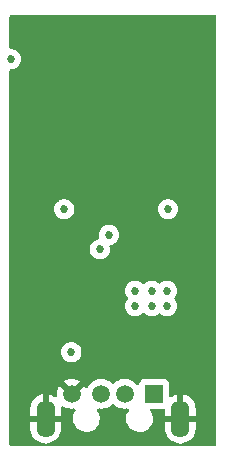
<source format=gbr>
%TF.GenerationSoftware,KiCad,Pcbnew,(6.0.7)*%
%TF.CreationDate,2023-02-05T00:26:33-08:00*%
%TF.ProjectId,ESP_Module,4553505f-4d6f-4647-956c-652e6b696361,rev?*%
%TF.SameCoordinates,Original*%
%TF.FileFunction,Copper,L2,Inr*%
%TF.FilePolarity,Positive*%
%FSLAX46Y46*%
G04 Gerber Fmt 4.6, Leading zero omitted, Abs format (unit mm)*
G04 Created by KiCad (PCBNEW (6.0.7)) date 2023-02-05 00:26:33*
%MOMM*%
%LPD*%
G01*
G04 APERTURE LIST*
%TA.AperFunction,ComponentPad*%
%ADD10R,1.508000X1.508000*%
%TD*%
%TA.AperFunction,ComponentPad*%
%ADD11C,1.508000*%
%TD*%
%TA.AperFunction,ComponentPad*%
%ADD12O,1.575000X3.150000*%
%TD*%
%TA.AperFunction,ViaPad*%
%ADD13C,0.685800*%
%TD*%
G04 APERTURE END LIST*
D10*
%TO.N,+5V*%
%TO.C,J1*%
X160218000Y-100516000D03*
D11*
%TO.N,USB_D-*%
X157718000Y-100516000D03*
%TO.N,USB_D+*%
X155718000Y-100516000D03*
%TO.N,GND*%
X153218000Y-100516000D03*
D12*
X162418000Y-102616000D03*
X151018000Y-102616000D03*
%TD*%
D13*
%TO.N,GND*%
X164500000Y-97400000D03*
X164500000Y-99400000D03*
X149000000Y-97400000D03*
X149000000Y-99400000D03*
%TO.N,+3V3*%
X148100000Y-72200000D03*
%TO.N,GND*%
X159600000Y-84600000D03*
%TO.N,+3V3*%
X152600000Y-84900000D03*
%TO.N,GND*%
X154500000Y-84900000D03*
X150500000Y-86800000D03*
%TO.N,+3V3*%
X161300000Y-91800000D03*
X160000000Y-93100000D03*
X161300000Y-93100000D03*
X153200000Y-97000000D03*
X158600000Y-91800000D03*
X161400000Y-84900000D03*
X160000000Y-91800000D03*
X158600000Y-93100000D03*
%TO.N,GND*%
X156700000Y-80000000D03*
X154500000Y-86800000D03*
X152500000Y-86800000D03*
X160700000Y-80000000D03*
X156700000Y-71000000D03*
X158700000Y-80000000D03*
X160700000Y-71000000D03*
X164500000Y-91300000D03*
X152700000Y-80000000D03*
X152700000Y-71000000D03*
X158700000Y-71000000D03*
X154700000Y-80000000D03*
X164500000Y-89300000D03*
X164500000Y-93300000D03*
X164500000Y-95300000D03*
X154700000Y-71000000D03*
%TO.N,USB_D+*%
X155600000Y-88300000D03*
%TO.N,USB_D-*%
X156376702Y-87076702D03*
%TD*%
%TA.AperFunction,Conductor*%
%TO.N,GND*%
G36*
X165423121Y-68478502D02*
G01*
X165469614Y-68532158D01*
X165481000Y-68584500D01*
X165481000Y-104815500D01*
X165460998Y-104883621D01*
X165407342Y-104930114D01*
X165355000Y-104941500D01*
X162588658Y-104941500D01*
X162520537Y-104921498D01*
X162474044Y-104867842D01*
X162463940Y-104797568D01*
X162493434Y-104732988D01*
X162553160Y-104694604D01*
X162577676Y-104689979D01*
X162638341Y-104684671D01*
X162649136Y-104682768D01*
X162857470Y-104626945D01*
X162867762Y-104623199D01*
X163063243Y-104532045D01*
X163072729Y-104526567D01*
X163249401Y-104402861D01*
X163257808Y-104395807D01*
X163410307Y-104243308D01*
X163417361Y-104234901D01*
X163541067Y-104058229D01*
X163546545Y-104048743D01*
X163637699Y-103853262D01*
X163641445Y-103842970D01*
X163697268Y-103634636D01*
X163699171Y-103623841D01*
X163713262Y-103462791D01*
X163713500Y-103457327D01*
X163713500Y-102888115D01*
X163709025Y-102872876D01*
X163707635Y-102871671D01*
X163699952Y-102870000D01*
X161140615Y-102870000D01*
X161125376Y-102874475D01*
X161124171Y-102875865D01*
X161122500Y-102883548D01*
X161122500Y-103457327D01*
X161122738Y-103462791D01*
X161136829Y-103623841D01*
X161138732Y-103634636D01*
X161194555Y-103842970D01*
X161198301Y-103853262D01*
X161289455Y-104048743D01*
X161294933Y-104058229D01*
X161418639Y-104234901D01*
X161425693Y-104243308D01*
X161578190Y-104395805D01*
X161586598Y-104402861D01*
X161763266Y-104526565D01*
X161772762Y-104532048D01*
X161968238Y-104623199D01*
X161978530Y-104626945D01*
X162186864Y-104682768D01*
X162197659Y-104684671D01*
X162258324Y-104689979D01*
X162324442Y-104715843D01*
X162366081Y-104773346D01*
X162370022Y-104844233D01*
X162335013Y-104905998D01*
X162272168Y-104939030D01*
X162247342Y-104941500D01*
X151188658Y-104941500D01*
X151120537Y-104921498D01*
X151074044Y-104867842D01*
X151063940Y-104797568D01*
X151093434Y-104732988D01*
X151153160Y-104694604D01*
X151177676Y-104689979D01*
X151238341Y-104684671D01*
X151249136Y-104682768D01*
X151457470Y-104626945D01*
X151467762Y-104623199D01*
X151663243Y-104532045D01*
X151672729Y-104526567D01*
X151849401Y-104402861D01*
X151857808Y-104395807D01*
X152010307Y-104243308D01*
X152017361Y-104234901D01*
X152141067Y-104058229D01*
X152146545Y-104048743D01*
X152237699Y-103853262D01*
X152241445Y-103842970D01*
X152297268Y-103634636D01*
X152299171Y-103623841D01*
X152313262Y-103462791D01*
X152313500Y-103457327D01*
X152313500Y-102888115D01*
X152309025Y-102872876D01*
X152307635Y-102871671D01*
X152299952Y-102870000D01*
X149740615Y-102870000D01*
X149725376Y-102874475D01*
X149724171Y-102875865D01*
X149722500Y-102883548D01*
X149722500Y-103457327D01*
X149722738Y-103462791D01*
X149736829Y-103623841D01*
X149738732Y-103634636D01*
X149794555Y-103842970D01*
X149798301Y-103853262D01*
X149889455Y-104048743D01*
X149894933Y-104058229D01*
X150018639Y-104234901D01*
X150025693Y-104243308D01*
X150178190Y-104395805D01*
X150186598Y-104402861D01*
X150363266Y-104526565D01*
X150372762Y-104532048D01*
X150568238Y-104623199D01*
X150578530Y-104626945D01*
X150786864Y-104682768D01*
X150797659Y-104684671D01*
X150858324Y-104689979D01*
X150924442Y-104715843D01*
X150966081Y-104773346D01*
X150970022Y-104844233D01*
X150935013Y-104905998D01*
X150872168Y-104939030D01*
X150847342Y-104941500D01*
X148081000Y-104941500D01*
X148012879Y-104921498D01*
X147966386Y-104867842D01*
X147955000Y-104815500D01*
X147955000Y-102343885D01*
X149722500Y-102343885D01*
X149726975Y-102359124D01*
X149728365Y-102360329D01*
X149736048Y-102362000D01*
X150745885Y-102362000D01*
X150761124Y-102357525D01*
X150762329Y-102356135D01*
X150764000Y-102348452D01*
X150764000Y-102343885D01*
X151272000Y-102343885D01*
X151276475Y-102359124D01*
X151277865Y-102360329D01*
X151285548Y-102362000D01*
X152295385Y-102362000D01*
X152310624Y-102357525D01*
X152311829Y-102356135D01*
X152313500Y-102348452D01*
X152313500Y-101774673D01*
X152313261Y-101769187D01*
X152304557Y-101669708D01*
X152318545Y-101600103D01*
X152367944Y-101549111D01*
X152437070Y-101532920D01*
X152502348Y-101555513D01*
X152580081Y-101609942D01*
X152589576Y-101615425D01*
X152779740Y-101704099D01*
X152790032Y-101707845D01*
X152992704Y-101762151D01*
X153003499Y-101764054D01*
X153212525Y-101782342D01*
X153223475Y-101782342D01*
X153421792Y-101764991D01*
X153491397Y-101778980D01*
X153542389Y-101828379D01*
X153558580Y-101897505D01*
X153538903Y-101953565D01*
X153541002Y-101954779D01*
X153432693Y-102141999D01*
X153361740Y-102346323D01*
X153330703Y-102560377D01*
X153340704Y-102776438D01*
X153342108Y-102782263D01*
X153342108Y-102782264D01*
X153363253Y-102870000D01*
X153391380Y-102986710D01*
X153480903Y-103183606D01*
X153606043Y-103360021D01*
X153762285Y-103509590D01*
X153767320Y-103512841D01*
X153938954Y-103623664D01*
X153938957Y-103623665D01*
X153943991Y-103626916D01*
X154144604Y-103707766D01*
X154150485Y-103708914D01*
X154150490Y-103708916D01*
X154352441Y-103748354D01*
X154352444Y-103748354D01*
X154356887Y-103749222D01*
X154362571Y-103749500D01*
X154522041Y-103749500D01*
X154683315Y-103734113D01*
X154890860Y-103673226D01*
X154965787Y-103634636D01*
X155077817Y-103576937D01*
X155077820Y-103576935D01*
X155083148Y-103574191D01*
X155170666Y-103505445D01*
X155248522Y-103444289D01*
X155248527Y-103444285D01*
X155253239Y-103440583D01*
X155257171Y-103436052D01*
X155391067Y-103281752D01*
X155391071Y-103281747D01*
X155394998Y-103277221D01*
X155503307Y-103090001D01*
X155574260Y-102885677D01*
X155576533Y-102870000D01*
X155604436Y-102677563D01*
X155604436Y-102677560D01*
X155605297Y-102671623D01*
X155595296Y-102455562D01*
X155544620Y-102245290D01*
X155455097Y-102048394D01*
X155394822Y-101963422D01*
X155371724Y-101896288D01*
X155388588Y-101827323D01*
X155440060Y-101778424D01*
X155508573Y-101765001D01*
X155712525Y-101782844D01*
X155718000Y-101783323D01*
X155938068Y-101764070D01*
X156100243Y-101720615D01*
X156146140Y-101708317D01*
X156146142Y-101708316D01*
X156151450Y-101706894D01*
X156157444Y-101704099D01*
X156346675Y-101615860D01*
X156346680Y-101615857D01*
X156351662Y-101613534D01*
X156356792Y-101609942D01*
X156528109Y-101489985D01*
X156528112Y-101489983D01*
X156532620Y-101486826D01*
X156628905Y-101390541D01*
X156691217Y-101356515D01*
X156762032Y-101361580D01*
X156807095Y-101390541D01*
X156903380Y-101486826D01*
X156907888Y-101489983D01*
X156907891Y-101489985D01*
X157079208Y-101609942D01*
X157084338Y-101613534D01*
X157089320Y-101615857D01*
X157089325Y-101615860D01*
X157278556Y-101704099D01*
X157284550Y-101706894D01*
X157289858Y-101708316D01*
X157289860Y-101708317D01*
X157335757Y-101720615D01*
X157497932Y-101764070D01*
X157718000Y-101783323D01*
X157921411Y-101765527D01*
X157991014Y-101779516D01*
X158042007Y-101828916D01*
X158058197Y-101898042D01*
X158038759Y-101953481D01*
X158041002Y-101954779D01*
X157932693Y-102141999D01*
X157861740Y-102346323D01*
X157830703Y-102560377D01*
X157840704Y-102776438D01*
X157842108Y-102782263D01*
X157842108Y-102782264D01*
X157863253Y-102870000D01*
X157891380Y-102986710D01*
X157980903Y-103183606D01*
X158106043Y-103360021D01*
X158262285Y-103509590D01*
X158267320Y-103512841D01*
X158438954Y-103623664D01*
X158438957Y-103623665D01*
X158443991Y-103626916D01*
X158644604Y-103707766D01*
X158650485Y-103708914D01*
X158650490Y-103708916D01*
X158852441Y-103748354D01*
X158852444Y-103748354D01*
X158856887Y-103749222D01*
X158862571Y-103749500D01*
X159022041Y-103749500D01*
X159183315Y-103734113D01*
X159390860Y-103673226D01*
X159465787Y-103634636D01*
X159577817Y-103576937D01*
X159577820Y-103576935D01*
X159583148Y-103574191D01*
X159670666Y-103505445D01*
X159748522Y-103444289D01*
X159748527Y-103444285D01*
X159753239Y-103440583D01*
X159757171Y-103436052D01*
X159891067Y-103281752D01*
X159891071Y-103281747D01*
X159894998Y-103277221D01*
X160003307Y-103090001D01*
X160074260Y-102885677D01*
X160076533Y-102870000D01*
X160104436Y-102677563D01*
X160104436Y-102677560D01*
X160105297Y-102671623D01*
X160095296Y-102455562D01*
X160044620Y-102245290D01*
X159955097Y-102048394D01*
X159904737Y-101977399D01*
X159881639Y-101910266D01*
X159898503Y-101841301D01*
X159949975Y-101792402D01*
X160007507Y-101778500D01*
X160996500Y-101778500D01*
X161064621Y-101798502D01*
X161111114Y-101852158D01*
X161122500Y-101904500D01*
X161122500Y-102343885D01*
X161126975Y-102359124D01*
X161128365Y-102360329D01*
X161136048Y-102362000D01*
X162145885Y-102362000D01*
X162161124Y-102357525D01*
X162162329Y-102356135D01*
X162164000Y-102348452D01*
X162164000Y-102343885D01*
X162672000Y-102343885D01*
X162676475Y-102359124D01*
X162677865Y-102360329D01*
X162685548Y-102362000D01*
X163695385Y-102362000D01*
X163710624Y-102357525D01*
X163711829Y-102356135D01*
X163713500Y-102348452D01*
X163713500Y-101774673D01*
X163713262Y-101769209D01*
X163699171Y-101608159D01*
X163697268Y-101597364D01*
X163641445Y-101389030D01*
X163637699Y-101378738D01*
X163546545Y-101183257D01*
X163541067Y-101173771D01*
X163417361Y-100997099D01*
X163410307Y-100988692D01*
X163257810Y-100836195D01*
X163249402Y-100829139D01*
X163072734Y-100705435D01*
X163063238Y-100699952D01*
X162867762Y-100608801D01*
X162857470Y-100605055D01*
X162689497Y-100560047D01*
X162675401Y-100560383D01*
X162672000Y-100568325D01*
X162672000Y-102343885D01*
X162164000Y-102343885D01*
X162164000Y-100573474D01*
X162160027Y-100559943D01*
X162151478Y-100558714D01*
X161978530Y-100605055D01*
X161968238Y-100608801D01*
X161772757Y-100699955D01*
X161763279Y-100705428D01*
X161678770Y-100764601D01*
X161611496Y-100787288D01*
X161542636Y-100770003D01*
X161494052Y-100718233D01*
X161480500Y-100661387D01*
X161480500Y-99713866D01*
X161473745Y-99651684D01*
X161422615Y-99515295D01*
X161335261Y-99398739D01*
X161218705Y-99311385D01*
X161082316Y-99260255D01*
X161020134Y-99253500D01*
X159415866Y-99253500D01*
X159353684Y-99260255D01*
X159217295Y-99311385D01*
X159100739Y-99398739D01*
X159013385Y-99515295D01*
X158962255Y-99651684D01*
X158957280Y-99697485D01*
X158957061Y-99699499D01*
X158929820Y-99765061D01*
X158871457Y-99805488D01*
X158800503Y-99807944D01*
X158739485Y-99771649D01*
X158728585Y-99758162D01*
X158699961Y-99717283D01*
X158688826Y-99701380D01*
X158532620Y-99545174D01*
X158528112Y-99542017D01*
X158528109Y-99542015D01*
X158356171Y-99421623D01*
X158356168Y-99421621D01*
X158351662Y-99418466D01*
X158346680Y-99416143D01*
X158346675Y-99416140D01*
X158156432Y-99327429D01*
X158156431Y-99327429D01*
X158151450Y-99325106D01*
X158146142Y-99323684D01*
X158146140Y-99323683D01*
X158080748Y-99306161D01*
X157938068Y-99267930D01*
X157718000Y-99248677D01*
X157497932Y-99267930D01*
X157355252Y-99306161D01*
X157289860Y-99323683D01*
X157289858Y-99323684D01*
X157284550Y-99325106D01*
X157279569Y-99327428D01*
X157279568Y-99327429D01*
X157089320Y-99416143D01*
X157089317Y-99416145D01*
X157084339Y-99418466D01*
X156903380Y-99545174D01*
X156807095Y-99641459D01*
X156744783Y-99675485D01*
X156673968Y-99670420D01*
X156628905Y-99641459D01*
X156532620Y-99545174D01*
X156528112Y-99542017D01*
X156528109Y-99542015D01*
X156356171Y-99421623D01*
X156356168Y-99421621D01*
X156351662Y-99418466D01*
X156346680Y-99416143D01*
X156346675Y-99416140D01*
X156156432Y-99327429D01*
X156156431Y-99327429D01*
X156151450Y-99325106D01*
X156146142Y-99323684D01*
X156146140Y-99323683D01*
X156080748Y-99306161D01*
X155938068Y-99267930D01*
X155718000Y-99248677D01*
X155497932Y-99267930D01*
X155355252Y-99306161D01*
X155289860Y-99323683D01*
X155289858Y-99323684D01*
X155284550Y-99325106D01*
X155279569Y-99327428D01*
X155279568Y-99327429D01*
X155089320Y-99416143D01*
X155089317Y-99416145D01*
X155084339Y-99418466D01*
X154903380Y-99545174D01*
X154747174Y-99701380D01*
X154620466Y-99882339D01*
X154618145Y-99887317D01*
X154618143Y-99887320D01*
X154581919Y-99965003D01*
X154535002Y-100018288D01*
X154466724Y-100037749D01*
X154398764Y-100017207D01*
X154353529Y-99965003D01*
X154317424Y-99887575D01*
X154311945Y-99878085D01*
X154282461Y-99835978D01*
X154271985Y-99827604D01*
X154258537Y-99834673D01*
X153307095Y-100786115D01*
X153244783Y-100820141D01*
X153173968Y-100815076D01*
X153128905Y-100786115D01*
X152176741Y-99833951D01*
X152164967Y-99827521D01*
X152152951Y-99836817D01*
X152124055Y-99878085D01*
X152118577Y-99887575D01*
X152029901Y-100077740D01*
X152026155Y-100088032D01*
X151971849Y-100290704D01*
X151969946Y-100301499D01*
X151951658Y-100510525D01*
X151951658Y-100521486D01*
X151963454Y-100656309D01*
X151949466Y-100725914D01*
X151900067Y-100776906D01*
X151830941Y-100793097D01*
X151765664Y-100770505D01*
X151672731Y-100705434D01*
X151663238Y-100699952D01*
X151467762Y-100608801D01*
X151457470Y-100605055D01*
X151289497Y-100560047D01*
X151275401Y-100560383D01*
X151272000Y-100568325D01*
X151272000Y-102343885D01*
X150764000Y-102343885D01*
X150764000Y-100573474D01*
X150760027Y-100559943D01*
X150751478Y-100558714D01*
X150578530Y-100605055D01*
X150568238Y-100608801D01*
X150372757Y-100699955D01*
X150363271Y-100705433D01*
X150186599Y-100829139D01*
X150178192Y-100836193D01*
X150025693Y-100988692D01*
X150018639Y-100997099D01*
X149894933Y-101173771D01*
X149889455Y-101183257D01*
X149798301Y-101378738D01*
X149794555Y-101389030D01*
X149738732Y-101597364D01*
X149736829Y-101608159D01*
X149722738Y-101769209D01*
X149722500Y-101774673D01*
X149722500Y-102343885D01*
X147955000Y-102343885D01*
X147955000Y-99462015D01*
X152529604Y-99462015D01*
X152536673Y-99475463D01*
X153205188Y-100143978D01*
X153219132Y-100151592D01*
X153220965Y-100151461D01*
X153227580Y-100147210D01*
X153900049Y-99474741D01*
X153906479Y-99462966D01*
X153897183Y-99450951D01*
X153855919Y-99422058D01*
X153846424Y-99416575D01*
X153656260Y-99327901D01*
X153645968Y-99324155D01*
X153443296Y-99269849D01*
X153432501Y-99267946D01*
X153223475Y-99249658D01*
X153212525Y-99249658D01*
X153003499Y-99267946D01*
X152992704Y-99269849D01*
X152790032Y-99324155D01*
X152779740Y-99327901D01*
X152589575Y-99416577D01*
X152580085Y-99422055D01*
X152537978Y-99451539D01*
X152529604Y-99462015D01*
X147955000Y-99462015D01*
X147955000Y-97000000D01*
X152343910Y-97000000D01*
X152362618Y-97177991D01*
X152417923Y-97348203D01*
X152507409Y-97503197D01*
X152627164Y-97636199D01*
X152771955Y-97741396D01*
X152777983Y-97744080D01*
X152777985Y-97744081D01*
X152929423Y-97811505D01*
X152935454Y-97814190D01*
X153022984Y-97832795D01*
X153104057Y-97850028D01*
X153104061Y-97850028D01*
X153110514Y-97851400D01*
X153289486Y-97851400D01*
X153295939Y-97850028D01*
X153295943Y-97850028D01*
X153377016Y-97832795D01*
X153464546Y-97814190D01*
X153470577Y-97811505D01*
X153622015Y-97744081D01*
X153622017Y-97744080D01*
X153628045Y-97741396D01*
X153772836Y-97636199D01*
X153892591Y-97503197D01*
X153982077Y-97348203D01*
X154037382Y-97177991D01*
X154056090Y-97000000D01*
X154037382Y-96822009D01*
X153982077Y-96651797D01*
X153892591Y-96496803D01*
X153772836Y-96363801D01*
X153628045Y-96258604D01*
X153622017Y-96255920D01*
X153622015Y-96255919D01*
X153470577Y-96188495D01*
X153470576Y-96188495D01*
X153464546Y-96185810D01*
X153377016Y-96167205D01*
X153295943Y-96149972D01*
X153295939Y-96149972D01*
X153289486Y-96148600D01*
X153110514Y-96148600D01*
X153104061Y-96149972D01*
X153104057Y-96149972D01*
X153022984Y-96167205D01*
X152935454Y-96185810D01*
X152929424Y-96188495D01*
X152929423Y-96188495D01*
X152777985Y-96255919D01*
X152777983Y-96255920D01*
X152771955Y-96258604D01*
X152627164Y-96363801D01*
X152507409Y-96496803D01*
X152417923Y-96651797D01*
X152362618Y-96822009D01*
X152343910Y-97000000D01*
X147955000Y-97000000D01*
X147955000Y-93100000D01*
X157743910Y-93100000D01*
X157762618Y-93277991D01*
X157817923Y-93448203D01*
X157907409Y-93603197D01*
X158027164Y-93736199D01*
X158171955Y-93841396D01*
X158177983Y-93844080D01*
X158177985Y-93844081D01*
X158329423Y-93911505D01*
X158335454Y-93914190D01*
X158422984Y-93932795D01*
X158504057Y-93950028D01*
X158504061Y-93950028D01*
X158510514Y-93951400D01*
X158689486Y-93951400D01*
X158695939Y-93950028D01*
X158695943Y-93950028D01*
X158777016Y-93932795D01*
X158864546Y-93914190D01*
X158870577Y-93911505D01*
X159022015Y-93844081D01*
X159022017Y-93844080D01*
X159028045Y-93841396D01*
X159172836Y-93736199D01*
X159206366Y-93698960D01*
X159266809Y-93661722D01*
X159337793Y-93663073D01*
X159393634Y-93698960D01*
X159427164Y-93736199D01*
X159571955Y-93841396D01*
X159577983Y-93844080D01*
X159577985Y-93844081D01*
X159729423Y-93911505D01*
X159735454Y-93914190D01*
X159822984Y-93932795D01*
X159904057Y-93950028D01*
X159904061Y-93950028D01*
X159910514Y-93951400D01*
X160089486Y-93951400D01*
X160095939Y-93950028D01*
X160095943Y-93950028D01*
X160177016Y-93932795D01*
X160264546Y-93914190D01*
X160270577Y-93911505D01*
X160422015Y-93844081D01*
X160422017Y-93844080D01*
X160428045Y-93841396D01*
X160572836Y-93736199D01*
X160573954Y-93737738D01*
X160629696Y-93710988D01*
X160700150Y-93719751D01*
X160726712Y-93736821D01*
X160727164Y-93736199D01*
X160871955Y-93841396D01*
X160877983Y-93844080D01*
X160877985Y-93844081D01*
X161029423Y-93911505D01*
X161035454Y-93914190D01*
X161122984Y-93932795D01*
X161204057Y-93950028D01*
X161204061Y-93950028D01*
X161210514Y-93951400D01*
X161389486Y-93951400D01*
X161395939Y-93950028D01*
X161395943Y-93950028D01*
X161477016Y-93932795D01*
X161564546Y-93914190D01*
X161570577Y-93911505D01*
X161722015Y-93844081D01*
X161722017Y-93844080D01*
X161728045Y-93841396D01*
X161872836Y-93736199D01*
X161992591Y-93603197D01*
X162082077Y-93448203D01*
X162137382Y-93277991D01*
X162156090Y-93100000D01*
X162137382Y-92922009D01*
X162082077Y-92751797D01*
X161992591Y-92596803D01*
X161936322Y-92534309D01*
X161905605Y-92470303D01*
X161914369Y-92399849D01*
X161936322Y-92365690D01*
X161988172Y-92308105D01*
X161988173Y-92308104D01*
X161992591Y-92303197D01*
X162082077Y-92148203D01*
X162137382Y-91977991D01*
X162156090Y-91800000D01*
X162137382Y-91622009D01*
X162082077Y-91451797D01*
X161992591Y-91296803D01*
X161872836Y-91163801D01*
X161728045Y-91058604D01*
X161722017Y-91055920D01*
X161722015Y-91055919D01*
X161570577Y-90988495D01*
X161570576Y-90988495D01*
X161564546Y-90985810D01*
X161477016Y-90967205D01*
X161395943Y-90949972D01*
X161395939Y-90949972D01*
X161389486Y-90948600D01*
X161210514Y-90948600D01*
X161204061Y-90949972D01*
X161204057Y-90949972D01*
X161122984Y-90967205D01*
X161035454Y-90985810D01*
X161029424Y-90988495D01*
X161029423Y-90988495D01*
X160877985Y-91055919D01*
X160877983Y-91055920D01*
X160871955Y-91058604D01*
X160727164Y-91163801D01*
X160726046Y-91162262D01*
X160670304Y-91189012D01*
X160599850Y-91180249D01*
X160573288Y-91163179D01*
X160572836Y-91163801D01*
X160433387Y-91062485D01*
X160433386Y-91062484D01*
X160428045Y-91058604D01*
X160422017Y-91055920D01*
X160422015Y-91055919D01*
X160270577Y-90988495D01*
X160270576Y-90988495D01*
X160264546Y-90985810D01*
X160177016Y-90967205D01*
X160095943Y-90949972D01*
X160095939Y-90949972D01*
X160089486Y-90948600D01*
X159910514Y-90948600D01*
X159904061Y-90949972D01*
X159904057Y-90949972D01*
X159822984Y-90967205D01*
X159735454Y-90985810D01*
X159729424Y-90988495D01*
X159729423Y-90988495D01*
X159577985Y-91055919D01*
X159577983Y-91055920D01*
X159571955Y-91058604D01*
X159427164Y-91163801D01*
X159393634Y-91201040D01*
X159333191Y-91238278D01*
X159262207Y-91236927D01*
X159206366Y-91201040D01*
X159172836Y-91163801D01*
X159028045Y-91058604D01*
X159022017Y-91055920D01*
X159022015Y-91055919D01*
X158870577Y-90988495D01*
X158870576Y-90988495D01*
X158864546Y-90985810D01*
X158777016Y-90967205D01*
X158695943Y-90949972D01*
X158695939Y-90949972D01*
X158689486Y-90948600D01*
X158510514Y-90948600D01*
X158504061Y-90949972D01*
X158504057Y-90949972D01*
X158422984Y-90967205D01*
X158335454Y-90985810D01*
X158329424Y-90988495D01*
X158329423Y-90988495D01*
X158177985Y-91055919D01*
X158177983Y-91055920D01*
X158171955Y-91058604D01*
X158027164Y-91163801D01*
X157907409Y-91296803D01*
X157817923Y-91451797D01*
X157762618Y-91622009D01*
X157743910Y-91800000D01*
X157762618Y-91977991D01*
X157817923Y-92148203D01*
X157907409Y-92303197D01*
X157911827Y-92308104D01*
X157911828Y-92308105D01*
X157963678Y-92365690D01*
X157994395Y-92429697D01*
X157985631Y-92500151D01*
X157963679Y-92534309D01*
X157907409Y-92596803D01*
X157817923Y-92751797D01*
X157762618Y-92922009D01*
X157743910Y-93100000D01*
X147955000Y-93100000D01*
X147955000Y-88300000D01*
X154743910Y-88300000D01*
X154762618Y-88477991D01*
X154817923Y-88648203D01*
X154907409Y-88803197D01*
X155027164Y-88936199D01*
X155171955Y-89041396D01*
X155177983Y-89044080D01*
X155177985Y-89044081D01*
X155329423Y-89111505D01*
X155335454Y-89114190D01*
X155422984Y-89132795D01*
X155504057Y-89150028D01*
X155504061Y-89150028D01*
X155510514Y-89151400D01*
X155689486Y-89151400D01*
X155695939Y-89150028D01*
X155695943Y-89150028D01*
X155777016Y-89132795D01*
X155864546Y-89114190D01*
X155870577Y-89111505D01*
X156022015Y-89044081D01*
X156022017Y-89044080D01*
X156028045Y-89041396D01*
X156172836Y-88936199D01*
X156292591Y-88803197D01*
X156382077Y-88648203D01*
X156437382Y-88477991D01*
X156456090Y-88300000D01*
X156437382Y-88122009D01*
X156423552Y-88079444D01*
X156421524Y-88008478D01*
X156458187Y-87947680D01*
X156517188Y-87917262D01*
X156566461Y-87906788D01*
X156641248Y-87890892D01*
X156647279Y-87888207D01*
X156798717Y-87820783D01*
X156798719Y-87820782D01*
X156804747Y-87818098D01*
X156834057Y-87796803D01*
X156944194Y-87716784D01*
X156944196Y-87716782D01*
X156949538Y-87712901D01*
X157069293Y-87579899D01*
X157158779Y-87424905D01*
X157214084Y-87254693D01*
X157232792Y-87076702D01*
X157214084Y-86898711D01*
X157158779Y-86728499D01*
X157069293Y-86573505D01*
X156949538Y-86440503D01*
X156804747Y-86335306D01*
X156798719Y-86332622D01*
X156798717Y-86332621D01*
X156647279Y-86265197D01*
X156647278Y-86265197D01*
X156641248Y-86262512D01*
X156553718Y-86243907D01*
X156472645Y-86226674D01*
X156472641Y-86226674D01*
X156466188Y-86225302D01*
X156287216Y-86225302D01*
X156280763Y-86226674D01*
X156280759Y-86226674D01*
X156199686Y-86243907D01*
X156112156Y-86262512D01*
X156106126Y-86265197D01*
X156106125Y-86265197D01*
X155954687Y-86332621D01*
X155954685Y-86332622D01*
X155948657Y-86335306D01*
X155803866Y-86440503D01*
X155684111Y-86573505D01*
X155594625Y-86728499D01*
X155539320Y-86898711D01*
X155520612Y-87076702D01*
X155539320Y-87254693D01*
X155541360Y-87260971D01*
X155541360Y-87260972D01*
X155553150Y-87297257D01*
X155555178Y-87368224D01*
X155518515Y-87429022D01*
X155459514Y-87459440D01*
X155410241Y-87469914D01*
X155335454Y-87485810D01*
X155329424Y-87488495D01*
X155329423Y-87488495D01*
X155177985Y-87555919D01*
X155177983Y-87555920D01*
X155171955Y-87558604D01*
X155166614Y-87562484D01*
X155166613Y-87562485D01*
X155135890Y-87584807D01*
X155027164Y-87663801D01*
X154907409Y-87796803D01*
X154817923Y-87951797D01*
X154762618Y-88122009D01*
X154743910Y-88300000D01*
X147955000Y-88300000D01*
X147955000Y-84900000D01*
X151743910Y-84900000D01*
X151762618Y-85077991D01*
X151817923Y-85248203D01*
X151907409Y-85403197D01*
X152027164Y-85536199D01*
X152171955Y-85641396D01*
X152177983Y-85644080D01*
X152177985Y-85644081D01*
X152329423Y-85711505D01*
X152335454Y-85714190D01*
X152422984Y-85732795D01*
X152504057Y-85750028D01*
X152504061Y-85750028D01*
X152510514Y-85751400D01*
X152689486Y-85751400D01*
X152695939Y-85750028D01*
X152695943Y-85750028D01*
X152777016Y-85732795D01*
X152864546Y-85714190D01*
X152870577Y-85711505D01*
X153022015Y-85644081D01*
X153022017Y-85644080D01*
X153028045Y-85641396D01*
X153172836Y-85536199D01*
X153292591Y-85403197D01*
X153382077Y-85248203D01*
X153437382Y-85077991D01*
X153456090Y-84900000D01*
X160543910Y-84900000D01*
X160562618Y-85077991D01*
X160617923Y-85248203D01*
X160707409Y-85403197D01*
X160827164Y-85536199D01*
X160971955Y-85641396D01*
X160977983Y-85644080D01*
X160977985Y-85644081D01*
X161129423Y-85711505D01*
X161135454Y-85714190D01*
X161222984Y-85732795D01*
X161304057Y-85750028D01*
X161304061Y-85750028D01*
X161310514Y-85751400D01*
X161489486Y-85751400D01*
X161495939Y-85750028D01*
X161495943Y-85750028D01*
X161577016Y-85732795D01*
X161664546Y-85714190D01*
X161670577Y-85711505D01*
X161822015Y-85644081D01*
X161822017Y-85644080D01*
X161828045Y-85641396D01*
X161972836Y-85536199D01*
X162092591Y-85403197D01*
X162182077Y-85248203D01*
X162237382Y-85077991D01*
X162256090Y-84900000D01*
X162237382Y-84722009D01*
X162182077Y-84551797D01*
X162092591Y-84396803D01*
X161972836Y-84263801D01*
X161828045Y-84158604D01*
X161822017Y-84155920D01*
X161822015Y-84155919D01*
X161670577Y-84088495D01*
X161670576Y-84088495D01*
X161664546Y-84085810D01*
X161577016Y-84067205D01*
X161495943Y-84049972D01*
X161495939Y-84049972D01*
X161489486Y-84048600D01*
X161310514Y-84048600D01*
X161304061Y-84049972D01*
X161304057Y-84049972D01*
X161222984Y-84067205D01*
X161135454Y-84085810D01*
X161129424Y-84088495D01*
X161129423Y-84088495D01*
X160977985Y-84155919D01*
X160977983Y-84155920D01*
X160971955Y-84158604D01*
X160827164Y-84263801D01*
X160707409Y-84396803D01*
X160617923Y-84551797D01*
X160562618Y-84722009D01*
X160543910Y-84900000D01*
X153456090Y-84900000D01*
X153437382Y-84722009D01*
X153382077Y-84551797D01*
X153292591Y-84396803D01*
X153172836Y-84263801D01*
X153028045Y-84158604D01*
X153022017Y-84155920D01*
X153022015Y-84155919D01*
X152870577Y-84088495D01*
X152870576Y-84088495D01*
X152864546Y-84085810D01*
X152777016Y-84067205D01*
X152695943Y-84049972D01*
X152695939Y-84049972D01*
X152689486Y-84048600D01*
X152510514Y-84048600D01*
X152504061Y-84049972D01*
X152504057Y-84049972D01*
X152422984Y-84067205D01*
X152335454Y-84085810D01*
X152329424Y-84088495D01*
X152329423Y-84088495D01*
X152177985Y-84155919D01*
X152177983Y-84155920D01*
X152171955Y-84158604D01*
X152027164Y-84263801D01*
X151907409Y-84396803D01*
X151817923Y-84551797D01*
X151762618Y-84722009D01*
X151743910Y-84900000D01*
X147955000Y-84900000D01*
X147955000Y-73177400D01*
X147975002Y-73109279D01*
X148028658Y-73062786D01*
X148081000Y-73051400D01*
X148189486Y-73051400D01*
X148195939Y-73050028D01*
X148195943Y-73050028D01*
X148277016Y-73032795D01*
X148364546Y-73014190D01*
X148370577Y-73011505D01*
X148522015Y-72944081D01*
X148522017Y-72944080D01*
X148528045Y-72941396D01*
X148672836Y-72836199D01*
X148792591Y-72703197D01*
X148882077Y-72548203D01*
X148937382Y-72377991D01*
X148956090Y-72200000D01*
X148937382Y-72022009D01*
X148882077Y-71851797D01*
X148792591Y-71696803D01*
X148672836Y-71563801D01*
X148528045Y-71458604D01*
X148522017Y-71455920D01*
X148522015Y-71455919D01*
X148370577Y-71388495D01*
X148370576Y-71388495D01*
X148364546Y-71385810D01*
X148277016Y-71367205D01*
X148195943Y-71349972D01*
X148195939Y-71349972D01*
X148189486Y-71348600D01*
X148081000Y-71348600D01*
X148012879Y-71328598D01*
X147966386Y-71274942D01*
X147955000Y-71222600D01*
X147955000Y-68584500D01*
X147975002Y-68516379D01*
X148028658Y-68469886D01*
X148081000Y-68458500D01*
X165355000Y-68458500D01*
X165423121Y-68478502D01*
G37*
%TD.AperFunction*%
%TD*%
M02*

</source>
